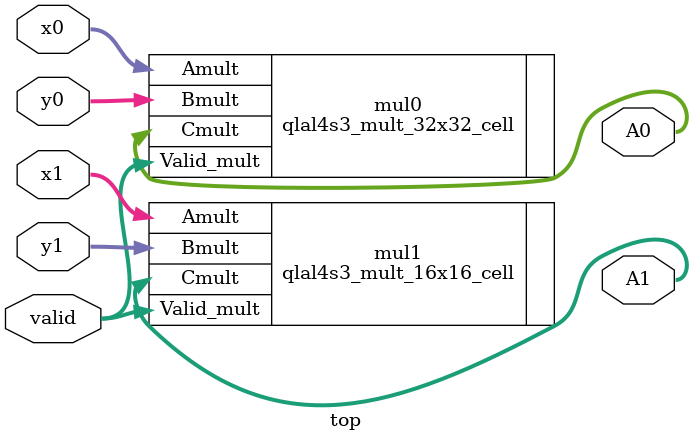
<source format=v>
module top( x0, y0, A0, x1, y1, A1, valid );
    input [1:0] x0;
    input [1:0] y0;
    output [3:0] A0;

    input [1:0] x1;
    input [1:0] y1;
    output [3:0] A1;

    input [1:0] valid;

    qlal4s3_mult_32x32_cell mul0 (
        .Amult(x0),
        .Bmult(y0),
        .Valid_mult(valid),
        .Cmult(A0)
    );

    qlal4s3_mult_16x16_cell mul1 (
        .Amult(x1),
        .Bmult(y1),
        .Valid_mult(valid),
        .Cmult(A1)
    );
endmodule

</source>
